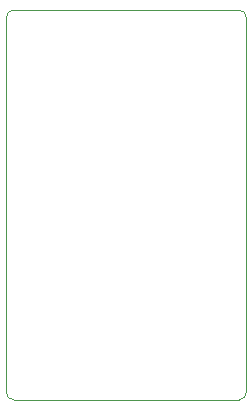
<source format=gbr>
%TF.GenerationSoftware,KiCad,Pcbnew,6.0.4+dfsg-1+b1*%
%TF.CreationDate,2022-04-30T09:27:05+08:00*%
%TF.ProjectId,gpioexp,6770696f-6578-4702-9e6b-696361645f70,c*%
%TF.SameCoordinates,Original*%
%TF.FileFunction,Profile,NP*%
%FSLAX46Y46*%
G04 Gerber Fmt 4.6, Leading zero omitted, Abs format (unit mm)*
G04 Created by KiCad (PCBNEW 6.0.4+dfsg-1+b1) date 2022-04-30 09:27:05*
%MOMM*%
%LPD*%
G01*
G04 APERTURE LIST*
%TA.AperFunction,Profile*%
%ADD10C,0.050000*%
%TD*%
G04 APERTURE END LIST*
D10*
X132080000Y-111125000D02*
X132080000Y-79375000D01*
X151765000Y-111760000D02*
X132715000Y-111760000D01*
X151765000Y-111760000D02*
G75*
G03*
X152400000Y-111125000I0J635000D01*
G01*
X132715000Y-78740000D02*
G75*
G03*
X132080000Y-79375000I0J-635000D01*
G01*
X132715000Y-78740000D02*
X151765000Y-78740000D01*
X132080000Y-111125000D02*
G75*
G03*
X132715000Y-111760000I635000J0D01*
G01*
X152400000Y-79375000D02*
X152400000Y-111125000D01*
X152400000Y-79375000D02*
G75*
G03*
X151765000Y-78740000I-635000J0D01*
G01*
M02*

</source>
